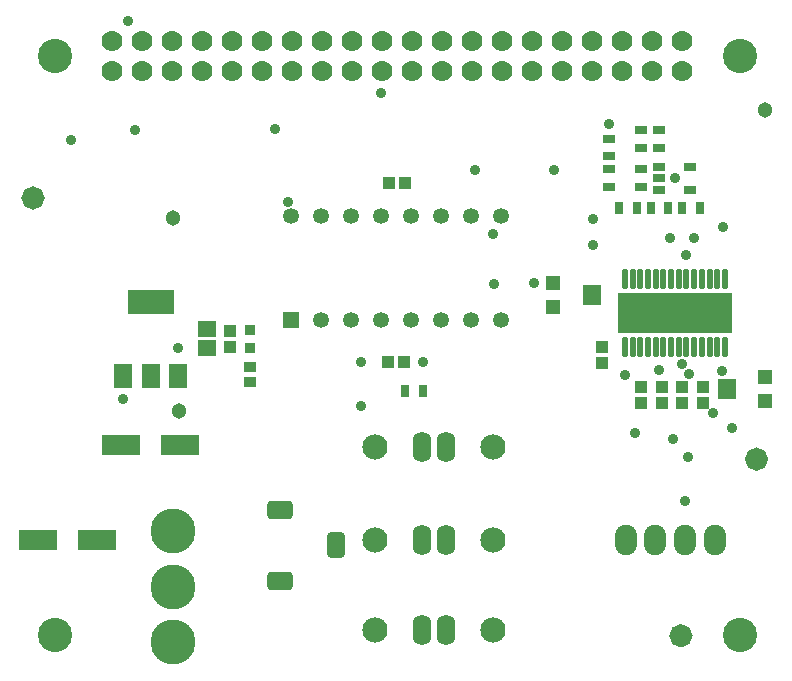
<source format=gts>
G04*
G04 #@! TF.GenerationSoftware,Altium Limited,Altium Designer,18.1.7 (191)*
G04*
G04 Layer_Color=8388736*
%FSLAX25Y25*%
%MOIN*%
G70*
G01*
G75*
%ADD32C,0.01969*%
%ADD33R,0.05124X0.05124*%
%ADD34R,0.06306X0.06699*%
%ADD35R,0.03943X0.03156*%
%ADD36R,0.03156X0.03943*%
%ADD37R,0.04337X0.02762*%
G04:AMPARAMS|DCode=38|XSize=43.37mil|YSize=43.37mil|CornerRadius=21.69mil|HoleSize=0mil|Usage=FLASHONLY|Rotation=0.000|XOffset=0mil|YOffset=0mil|HoleType=Round|Shape=RoundedRectangle|*
%AMROUNDEDRECTD38*
21,1,0.04337,0.00000,0,0,0.0*
21,1,0.00000,0.04337,0,0,0.0*
1,1,0.04337,0.00000,0.00000*
1,1,0.04337,0.00000,0.00000*
1,1,0.04337,0.00000,0.00000*
1,1,0.04337,0.00000,0.00000*
%
%ADD38ROUNDEDRECTD38*%
%ADD39R,0.03943X0.04337*%
%ADD40R,0.04140X0.03747*%
%ADD41R,0.03550X0.03550*%
%ADD42R,0.05912X0.05518*%
%ADD43R,0.04337X0.03943*%
%ADD44R,0.15361X0.08274*%
%ADD45R,0.06306X0.08274*%
%ADD46R,0.12998X0.06699*%
%ADD47R,0.38189X0.13386*%
G04:AMPARAMS|DCode=48|XSize=65.81mil|YSize=20.14mil|CornerRadius=4.02mil|HoleSize=0mil|Usage=FLASHONLY|Rotation=90.000|XOffset=0mil|YOffset=0mil|HoleType=Round|Shape=RoundedRectangle|*
%AMROUNDEDRECTD48*
21,1,0.06581,0.01211,0,0,90.0*
21,1,0.05778,0.02014,0,0,90.0*
1,1,0.00804,0.00605,0.02889*
1,1,0.00804,0.00605,-0.02889*
1,1,0.00804,-0.00605,-0.02889*
1,1,0.00804,-0.00605,0.02889*
%
%ADD48ROUNDEDRECTD48*%
%ADD49O,0.07290X0.10243*%
G04:AMPARAMS|DCode=50|XSize=86.68mil|YSize=63.06mil|CornerRadius=16.76mil|HoleSize=0mil|Usage=FLASHONLY|Rotation=180.000|XOffset=0mil|YOffset=0mil|HoleType=Round|Shape=RoundedRectangle|*
%AMROUNDEDRECTD50*
21,1,0.08668,0.02953,0,0,180.0*
21,1,0.05315,0.06306,0,0,180.0*
1,1,0.03353,-0.02657,0.01476*
1,1,0.03353,0.02657,0.01476*
1,1,0.03353,0.02657,-0.01476*
1,1,0.03353,-0.02657,-0.01476*
%
%ADD50ROUNDEDRECTD50*%
G04:AMPARAMS|DCode=51|XSize=86.68mil|YSize=63.06mil|CornerRadius=16.76mil|HoleSize=0mil|Usage=FLASHONLY|Rotation=270.000|XOffset=0mil|YOffset=0mil|HoleType=Round|Shape=RoundedRectangle|*
%AMROUNDEDRECTD51*
21,1,0.08668,0.02953,0,0,270.0*
21,1,0.05315,0.06306,0,0,270.0*
1,1,0.03353,-0.01476,-0.02657*
1,1,0.03353,-0.01476,0.02657*
1,1,0.03353,0.01476,0.02657*
1,1,0.03353,0.01476,-0.02657*
%
%ADD51ROUNDEDRECTD51*%
%ADD52C,0.14973*%
%ADD53O,0.06306X0.10243*%
%ADD54C,0.08400*%
%ADD55R,0.05321X0.05321*%
%ADD56C,0.05321*%
%ADD57C,0.02000*%
%ADD58C,0.02400*%
%ADD59C,0.07000*%
%ADD60C,0.11424*%
%ADD61C,0.03550*%
%ADD62C,0.05124*%
G36*
X330669Y227362D02*
Y215158D01*
X310276Y215158D01*
X310276Y227362D01*
X330669Y227362D01*
D02*
G37*
D32*
X347638Y175394D02*
G03*
X344685Y172441I0J-2953D01*
G01*
X350591D02*
G03*
X347638Y175394I-2953J0D01*
G01*
Y169488D02*
G03*
X350591Y172441I0J2953D01*
G01*
X344685D02*
G03*
X347638Y169488I2953J0D01*
G01*
X319488Y113595D02*
G03*
X322441Y110642I2953J0D01*
G01*
D02*
G03*
X325394Y113595I0J2953D01*
G01*
D02*
G03*
X322441Y116548I-2953J0D01*
G01*
D02*
G03*
X319488Y113595I0J-2953D01*
G01*
X103547Y259500D02*
G03*
X106500Y256547I2953J0D01*
G01*
D02*
G03*
X109453Y259500I0J2953D01*
G01*
D02*
G03*
X106500Y262453I-2953J0D01*
G01*
D02*
G03*
X103547Y259500I0J-2953D01*
G01*
D33*
X279921Y231102D02*
D03*
Y223228D02*
D03*
X350591Y199803D02*
D03*
Y191929D02*
D03*
D34*
X292717Y227165D02*
D03*
X337795Y195866D02*
D03*
D35*
X298347Y263189D02*
D03*
X298347Y269094D02*
D03*
X309173Y276181D02*
D03*
X309173Y282087D02*
D03*
X315079Y282087D02*
D03*
X315079Y276181D02*
D03*
X309173Y269094D02*
D03*
Y263189D02*
D03*
X298347Y273425D02*
D03*
X298347Y279331D02*
D03*
D36*
X307796Y256299D02*
D03*
X301890Y256299D02*
D03*
X322756Y256299D02*
D03*
X328662Y256299D02*
D03*
X312323Y256299D02*
D03*
X318229Y256299D02*
D03*
X230512Y195276D02*
D03*
X236417D02*
D03*
D37*
X315236Y269783D02*
D03*
X315236Y266043D02*
D03*
X315236Y262303D02*
D03*
X325551Y262303D02*
D03*
X325551Y269783D02*
D03*
D38*
X347638Y172441D02*
D03*
X322441Y113595D02*
D03*
X106500Y259500D02*
D03*
D39*
X224803Y204724D02*
D03*
X230118D02*
D03*
X225295Y264567D02*
D03*
X230610D02*
D03*
D40*
X178740Y203346D02*
D03*
Y198228D02*
D03*
D41*
X178740Y209646D02*
D03*
Y215551D02*
D03*
D42*
X164567Y215748D02*
D03*
Y209449D02*
D03*
D43*
X172047Y215256D02*
D03*
Y209941D02*
D03*
X309055Y196555D02*
D03*
X309055Y191240D02*
D03*
X296260Y209961D02*
D03*
Y204646D02*
D03*
X329736Y196555D02*
D03*
Y191240D02*
D03*
X322835Y196555D02*
D03*
Y191240D02*
D03*
X315984Y196555D02*
D03*
Y191240D02*
D03*
D44*
X145669Y225000D02*
D03*
D45*
X154724Y200197D02*
D03*
X145669D02*
D03*
X136614D02*
D03*
D46*
X108268Y145669D02*
D03*
X127953D02*
D03*
X135827Y177165D02*
D03*
X155512D02*
D03*
D47*
X320472Y221260D02*
D03*
D48*
X303839Y232559D02*
D03*
X306398D02*
D03*
X308957D02*
D03*
X311516D02*
D03*
X314075D02*
D03*
X316634D02*
D03*
X319193D02*
D03*
X321752D02*
D03*
X324311D02*
D03*
X326870D02*
D03*
X329429D02*
D03*
X331988D02*
D03*
X334547D02*
D03*
X337106D02*
D03*
Y209961D02*
D03*
X334547D02*
D03*
X331988D02*
D03*
X329429D02*
D03*
X326870D02*
D03*
X324311D02*
D03*
X321752Y209961D02*
D03*
X319193Y209961D02*
D03*
X316634D02*
D03*
X314075D02*
D03*
X311516D02*
D03*
X308957D02*
D03*
X306398D02*
D03*
X303839D02*
D03*
D49*
X323819Y145669D02*
D03*
X304134D02*
D03*
X313976D02*
D03*
X333661D02*
D03*
D50*
X188976Y155512D02*
D03*
Y131890D02*
D03*
D51*
X207480Y143701D02*
D03*
D52*
X153091Y111417D02*
D03*
Y148425D02*
D03*
Y129921D02*
D03*
D53*
X244094Y115440D02*
D03*
X236220D02*
D03*
X244094Y145669D02*
D03*
X236220D02*
D03*
X244094Y176516D02*
D03*
X236220D02*
D03*
D54*
X220472Y176516D02*
D03*
X259843D02*
D03*
X220472Y145669D02*
D03*
X259843D02*
D03*
X220472Y115441D02*
D03*
X259843D02*
D03*
D55*
X192500Y218898D02*
D03*
D56*
X202500D02*
D03*
X212500D02*
D03*
X222500D02*
D03*
X232500D02*
D03*
X242500D02*
D03*
X252500D02*
D03*
X262500D02*
D03*
Y253543D02*
D03*
X252500D02*
D03*
X242500Y253543D02*
D03*
X232500Y253543D02*
D03*
X222500D02*
D03*
X212500D02*
D03*
X202500D02*
D03*
X192500Y253543D02*
D03*
D57*
X303937Y225984D02*
D03*
Y221260D02*
D03*
Y216535D02*
D03*
X308661Y225984D02*
D03*
Y221260D02*
D03*
X308662Y216535D02*
D03*
X337008Y225984D02*
D03*
X337008Y221260D02*
D03*
Y216535D02*
D03*
X332283Y225984D02*
D03*
X332284Y221260D02*
D03*
Y216535D02*
D03*
D58*
X313386Y225984D02*
D03*
Y221260D02*
D03*
X313386Y216535D02*
D03*
X327559Y225984D02*
D03*
X327559Y221260D02*
D03*
X327559Y216535D02*
D03*
X322835Y225984D02*
D03*
Y221260D02*
D03*
Y216535D02*
D03*
X318110Y225984D02*
D03*
Y221260D02*
D03*
X318110Y216535D02*
D03*
D59*
X132953Y301693D02*
D03*
Y311693D02*
D03*
X142953Y301693D02*
D03*
Y311693D02*
D03*
X152953Y301693D02*
D03*
Y311693D02*
D03*
X162953Y301693D02*
D03*
Y311693D02*
D03*
X172953Y301693D02*
D03*
Y311693D02*
D03*
X182953Y301693D02*
D03*
Y311693D02*
D03*
X192953Y301693D02*
D03*
Y311693D02*
D03*
X202953Y301693D02*
D03*
Y311693D02*
D03*
X212953Y301693D02*
D03*
Y311693D02*
D03*
X222953Y301693D02*
D03*
Y311693D02*
D03*
X232953Y301693D02*
D03*
Y311693D02*
D03*
X242953Y301693D02*
D03*
Y311693D02*
D03*
X252953Y301693D02*
D03*
Y311693D02*
D03*
X262953Y301693D02*
D03*
Y311693D02*
D03*
X272953Y301693D02*
D03*
Y311693D02*
D03*
X282953Y301693D02*
D03*
Y311693D02*
D03*
X292953Y301693D02*
D03*
Y311693D02*
D03*
X302953Y301693D02*
D03*
Y311693D02*
D03*
X312953Y301693D02*
D03*
Y311693D02*
D03*
X322953Y301693D02*
D03*
Y311693D02*
D03*
D60*
X113780Y113780D02*
D03*
Y306693D02*
D03*
X342126D02*
D03*
Y113780D02*
D03*
D61*
X222500Y294488D02*
D03*
X273321Y231102D02*
D03*
X336614Y250000D02*
D03*
X260000Y230709D02*
D03*
X326772Y246063D02*
D03*
X293307Y243800D02*
D03*
Y252638D02*
D03*
X318898Y246063D02*
D03*
X298347Y284252D02*
D03*
X320393Y266043D02*
D03*
X253937Y268898D02*
D03*
X280315Y268911D02*
D03*
X119291Y278740D02*
D03*
X319685Y179134D02*
D03*
X306988Y181118D02*
D03*
X215748Y190157D02*
D03*
X259842Y247638D02*
D03*
X236614Y204724D02*
D03*
X140551Y282283D02*
D03*
X191600Y258300D02*
D03*
X324803Y173228D02*
D03*
X154724Y209449D02*
D03*
X136614Y192520D02*
D03*
X187000Y282600D02*
D03*
X339428Y182800D02*
D03*
X303700Y200600D02*
D03*
X336300Y201900D02*
D03*
X324311Y240400D02*
D03*
X333300Y187700D02*
D03*
X323917Y158595D02*
D03*
X315100Y202200D02*
D03*
X325000Y200700D02*
D03*
X322800Y204200D02*
D03*
X138000Y318500D02*
D03*
X215800Y204724D02*
D03*
D62*
X155118Y188594D02*
D03*
X350590Y288976D02*
D03*
X153017Y252788D02*
D03*
M02*

</source>
